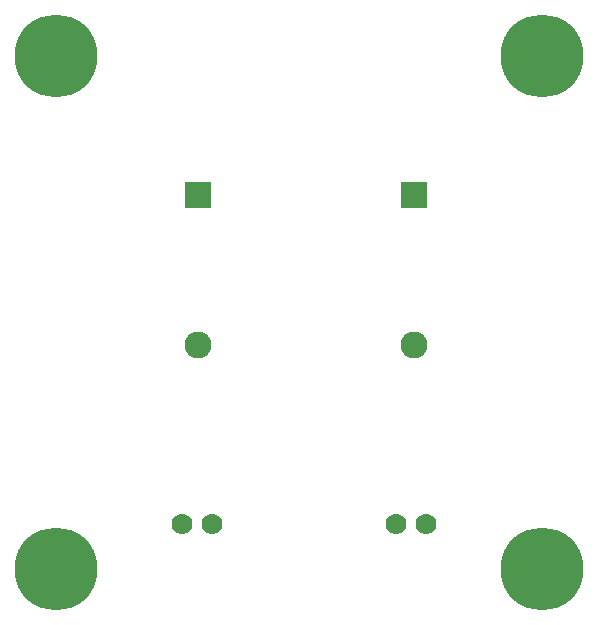
<source format=gtl>
G04*
G04 #@! TF.GenerationSoftware,Altium Limited,Altium Designer,21.5.1 (32)*
G04*
G04 Layer_Physical_Order=1*
G04 Layer_Color=255*
%FSLAX25Y25*%
%MOIN*%
G70*
G04*
G04 #@! TF.SameCoordinates,7B92BF34-365D-4222-AD46-ED6CFA3767D4*
G04*
G04*
G04 #@! TF.FilePolarity,Positive*
G04*
G01*
G75*
%ADD17C,0.27559*%
%ADD18C,0.07000*%
%ADD19R,0.09000X0.09000*%
%ADD20C,0.09000*%
D17*
X521000Y287500D02*
D03*
X683000D02*
D03*
Y116500D02*
D03*
X521000D02*
D03*
D18*
X644500Y131500D02*
D03*
X634500D02*
D03*
X573000D02*
D03*
X563000D02*
D03*
D19*
X640500Y241000D02*
D03*
X568500D02*
D03*
D20*
X640500Y191000D02*
D03*
X568500D02*
D03*
M02*

</source>
